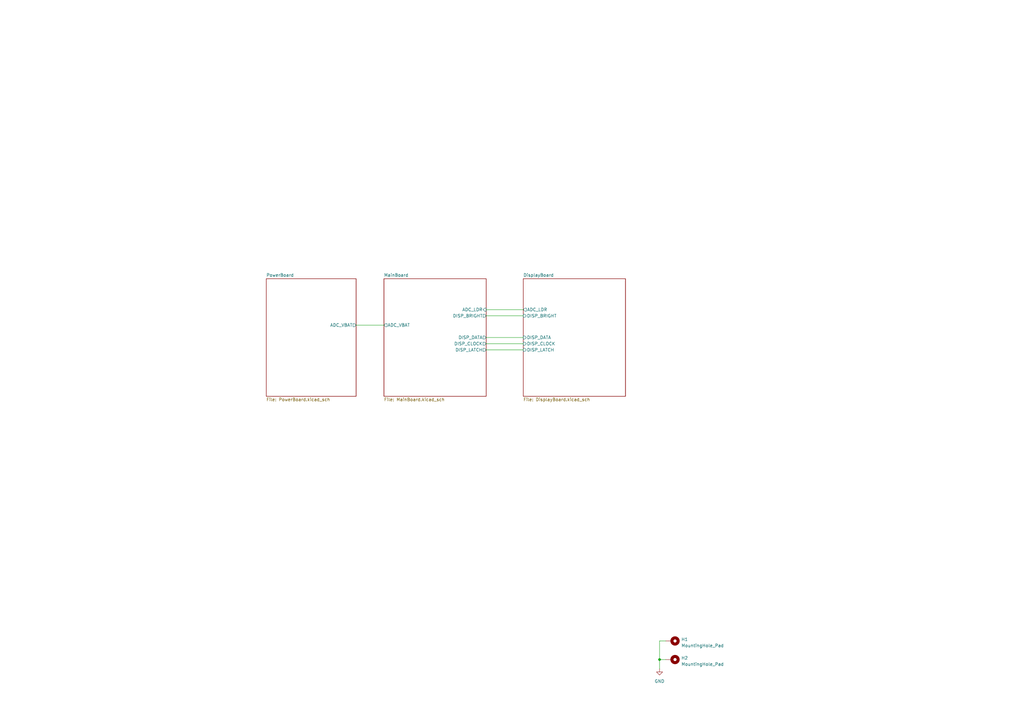
<source format=kicad_sch>
(kicad_sch (version 20230121) (generator eeschema)
  (paper "A3")
  (title_block (title "ESP32 Leanometer") (date "2023-04-10") (rev "R1.0") (company "github.com/theloukou/Leanometer") (comment 1 "Lefteris Kantakos"))
  (lib_symbols
    (symbol "Mechanical:MountingHole_Pad" (pin_numbers hide) (pin_names (offset 1.016) hide)
      (property "Reference" "H" (at 0 6.35 0))
      (property "Value" "MountingHole_Pad" (at 0 4.445 0))
      (symbol "MountingHole_Pad_0_1"
        (circle (center 0 1.27) (radius 1.27) (stroke (width 1.27)))
      )
      (symbol "MountingHole_Pad_1_1"
        (pin input line (at 0 -2.54 90) (length 2.54) (name "1") (number "1"))
      )
    )
    (symbol "power:GND" (power) (pin_names (offset 0))
      (property "Value" "GND" (at 0 -3.81 0))
      (symbol "GND_0_1"
        (polyline (pts (xy 0 0) (xy 0 -1.27) (xy 1.27 -1.27) (xy 0 -2.54) (xy -1.27 -1.27) (xy 0 -1.27)))
      )
      (symbol "GND_1_1"
        (pin power_in line (at 0 0 270) (length 0) hide (name "GND") (number "1"))
      )
    )
  )
  (junction (at 270.51 270.51))
  (wire (pts (xy 199.39 143.51) (xy 214.63 143.51)))
  (wire (pts (xy 270.51 270.51) (xy 273.05 270.51)))
  (wire (pts (xy 199.39 129.54) (xy 214.63 129.54)))
  (wire (pts (xy 199.39 140.97) (xy 214.63 140.97)))
  (wire (pts (xy 199.39 138.43) (xy 214.63 138.43)))
  (wire (pts (xy 270.51 270.51) (xy 270.51 274.32)))
  (wire (pts (xy 146.05 133.35) (xy 157.48 133.35)))
  (wire (pts (xy 273.05 262.89) (xy 270.51 262.89)))
  (wire (pts (xy 199.39 127) (xy 214.63 127)))
  (wire (pts (xy 270.51 262.89) (xy 270.51 270.51)))
  (symbol (lib_id "power:GND") (at 270.51 274.32 0) (unit 1)
    (property "Reference" "#PWR01" (effects hide))
    (property "Value" "GND" (at 270.51 279.4 0))
  )
  (symbol (lib_id "Mechanical:MountingHole_Pad") (at 275.59 262.89 270) (unit 1)
    (property "Reference" "H1" (at 279.4 262.255 90) (effects (justify left)))
    (property "Value" "MountingHole_Pad" (at 279.4 264.795 90) (effects (justify left)))
    (property "Footprint" "MountingHole:MountingHole_2.2mm_M2_DIN965_Pad" (effects hide))
  )
  (symbol (lib_id "Mechanical:MountingHole_Pad") (at 275.59 270.51 270) (unit 1)
    (property "Reference" "H2" (at 279.4 269.875 90) (effects (justify left)))
    (property "Value" "MountingHole_Pad" (at 279.4 272.415 90) (effects (justify left)))
    (property "Footprint" "MountingHole:MountingHole_2.2mm_M2_DIN965_Pad" (effects hide))
  )
  (sheet (at 157.48 114.3) (size 41.91 48.26) (stroke (width 0.1524))
    (property "Sheetname" "MainBoard" (at 157.48 113.5884 0) (effects (justify left bottom)))
    (property "Sheetfile" "MainBoard.kicad_sch" (at 157.48 163.1446 0) (effects (justify left top)))
    (pin "DISP_BRIGHT" output (at 199.39 129.54 0))
    (pin "DISP_CLOCK" output (at 199.39 140.97 0))
    (pin "DISP_DATA" output (at 199.39 138.43 0))
    (pin "ADC_LDR" input (at 199.39 127 0))
    (pin "DISP_LATCH" output (at 199.39 143.51 0))
    (pin "ADC_VBAT" output (at 157.48 133.35 180))
  )
  (sheet (at 109.22 114.3) (size 36.83 48.26) (stroke (width 0.1524))
    (property "Sheetname" "PowerBoard" (at 109.22 113.5884 0) (effects (justify left bottom)))
    (property "Sheetfile" "PowerBoard.kicad_sch" (at 109.22 163.1446 0) (effects (justify left top)))
    (pin "ADC_VBAT" output (at 146.05 133.35 0))
  )
  (sheet (at 214.63 114.3) (size 41.91 48.26) (stroke (width 0.1524))
    (property "Sheetname" "DisplayBoard" (at 214.63 113.5884 0) (effects (justify left bottom)))
    (property "Sheetfile" "DisplayBoard.kicad_sch" (at 214.63 163.1446 0) (effects (justify left top)))
    (pin "DISP_CLOCK" input (at 214.63 140.97 180))
    (pin "DISP_LATCH" input (at 214.63 143.51 180))
    (pin "DISP_BRIGHT" input (at 214.63 129.54 180))
    (pin "DISP_DATA" input (at 214.63 138.43 180))
    (pin "ADC_LDR" output (at 214.63 127 180))
  )
)
</source>
